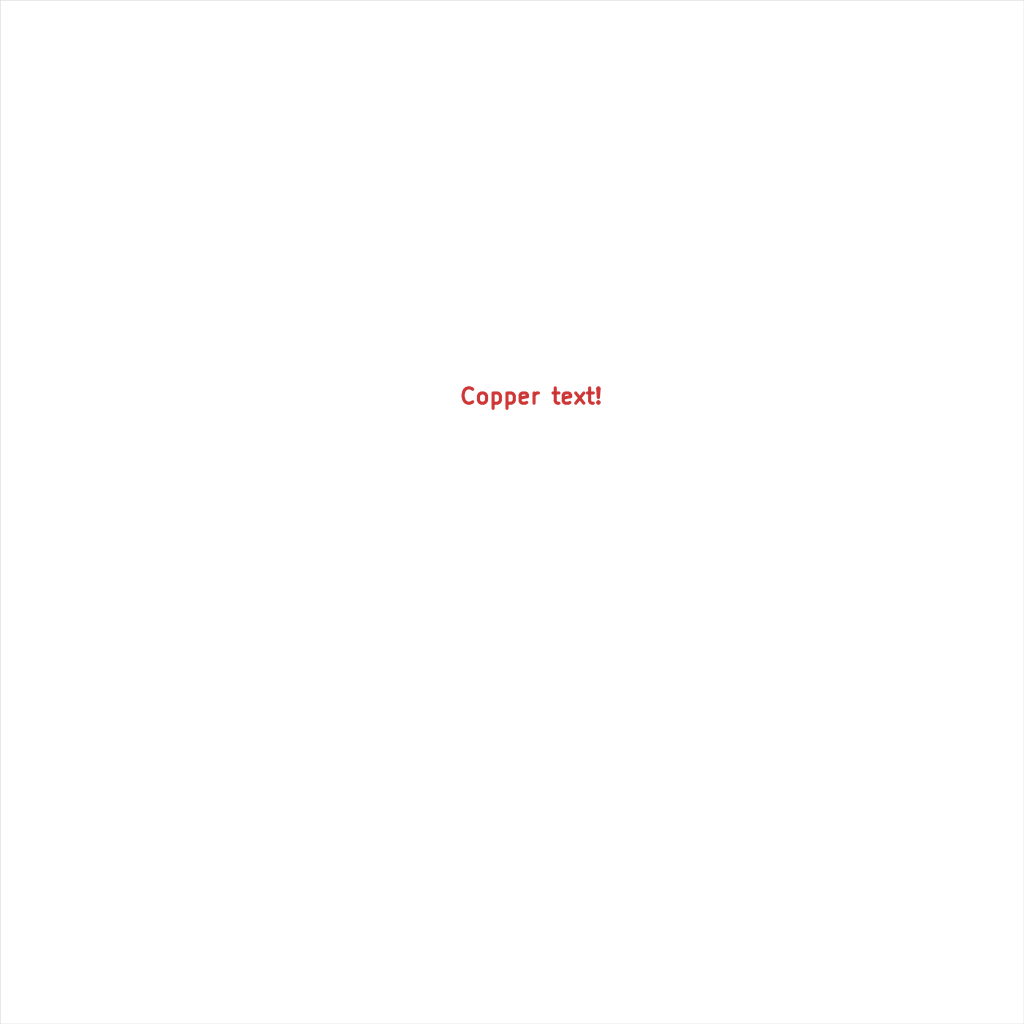
<source format=kicad_pcb>
(kicad_pcb
	(version 20241229)
	(generator "pcbnew")
	(generator_version "9.0")
	(general
		(thickness 1.6)
		(legacy_teardrops no)
	)
	(paper "A4")
	(layers
		(0 "F.Cu" signal)
		(2 "B.Cu" signal)
		(9 "F.Adhes" user "F.Adhesive")
		(11 "B.Adhes" user "B.Adhesive")
		(13 "F.Paste" user)
		(15 "B.Paste" user)
		(5 "F.SilkS" user "F.Silkscreen")
		(7 "B.SilkS" user "B.Silkscreen")
		(1 "F.Mask" user)
		(3 "B.Mask" user)
		(17 "Dwgs.User" user "User.Drawings")
		(19 "Cmts.User" user "User.Comments")
		(21 "Eco1.User" user "User.Eco1")
		(23 "Eco2.User" user "User.Eco2")
		(25 "Edge.Cuts" user)
		(27 "Margin" user)
		(31 "F.CrtYd" user "F.Courtyard")
		(29 "B.CrtYd" user "B.Courtyard")
		(35 "F.Fab" user)
		(33 "B.Fab" user)
		(39 "User.1" user)
		(41 "User.2" user)
		(43 "User.3" user)
		(45 "User.4" user)
	)
	(setup
		(pad_to_mask_clearance 0)
		(allow_soldermask_bridges_in_footprints no)
		(tenting front back)
		(pcbplotparams
			(layerselection 0x00000000_00000000_55555555_5755f5ff)
			(plot_on_all_layers_selection 0x00000000_00000000_00000000_00000000)
			(disableapertmacros no)
			(usegerberextensions no)
			(usegerberattributes yes)
			(usegerberadvancedattributes yes)
			(creategerberjobfile yes)
			(dashed_line_dash_ratio 12.000000)
			(dashed_line_gap_ratio 3.000000)
			(svgprecision 4)
			(plotframeref no)
			(mode 1)
			(useauxorigin no)
			(hpglpennumber 1)
			(hpglpenspeed 20)
			(hpglpendiameter 15.000000)
			(pdf_front_fp_property_popups yes)
			(pdf_back_fp_property_popups yes)
			(pdf_metadata yes)
			(pdf_single_document no)
			(dxfpolygonmode yes)
			(dxfimperialunits yes)
			(dxfusepcbnewfont yes)
			(psnegative no)
			(psa4output no)
			(plot_black_and_white yes)
			(plotinvisibletext no)
			(sketchpadsonfab no)
			(plotpadnumbers no)
			(hidednponfab no)
			(sketchdnponfab yes)
			(crossoutdnponfab yes)
			(subtractmaskfromsilk no)
			(outputformat 1)
			(mirror no)
			(drillshape 1)
			(scaleselection 1)
			(outputdirectory "")
		)
	)
	(net 0 "")
	(gr_rect
		(start 50 50)
		(end 150 150)
		(stroke
			(width 0.05)
			(type solid)
		)
		(fill no)
		(layer "Edge.Cuts")
		(uuid "ce71dddc-14ad-460f-9ab1-eaee266082a7")
	)
	(gr_text "Copper text!"
		(at 94.73 89.56 0)
		(layer "F.Cu")
		(uuid "ca8d4b5d-3a05-4827-93e4-1875dd5d7cae")
		(effects
			(font
				(size 1.5 1.5)
				(thickness 0.3)
				(bold yes)
			)
			(justify left bottom)
		)
	)
	(embedded_fonts no)
)

</source>
